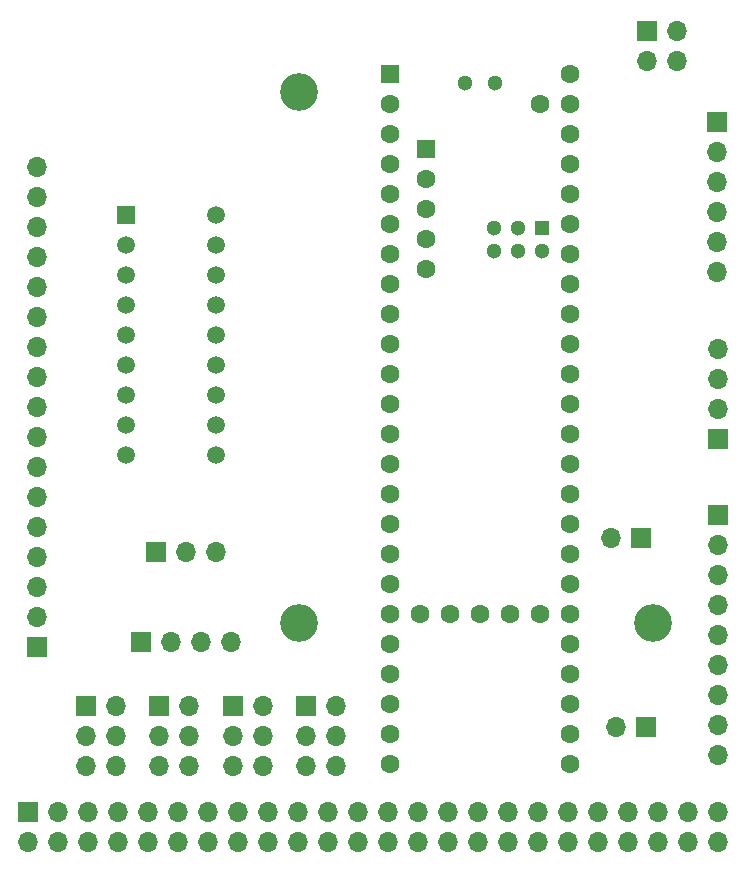
<source format=gbr>
%TF.GenerationSoftware,KiCad,Pcbnew,8.0.3*%
%TF.CreationDate,2025-02-12T02:25:28-08:00*%
%TF.ProjectId,MLU_Breakout,4d4c555f-4272-4656-916b-6f75742e6b69,rev?*%
%TF.SameCoordinates,Original*%
%TF.FileFunction,Soldermask,Bot*%
%TF.FilePolarity,Negative*%
%FSLAX46Y46*%
G04 Gerber Fmt 4.6, Leading zero omitted, Abs format (unit mm)*
G04 Created by KiCad (PCBNEW 8.0.3) date 2025-02-12 02:25:28*
%MOMM*%
%LPD*%
G01*
G04 APERTURE LIST*
%ADD10O,1.700000X1.700000*%
%ADD11R,1.700000X1.700000*%
%ADD12R,1.498600X1.498600*%
%ADD13C,1.498600*%
%ADD14C,3.200000*%
%ADD15R,1.600000X1.600000*%
%ADD16C,1.600000*%
%ADD17R,1.300000X1.300000*%
%ADD18C,1.300000*%
G04 APERTURE END LIST*
D10*
%TO.C,J10*%
X142200000Y-76400000D03*
X142200000Y-78940000D03*
X142200000Y-81480000D03*
X142200000Y-84020000D03*
X142200000Y-86560000D03*
X142200000Y-89100000D03*
X142200000Y-91640000D03*
X142200000Y-94180000D03*
X142200000Y-96720000D03*
X142200000Y-99260000D03*
X142200000Y-101800000D03*
X142200000Y-104340000D03*
X142200000Y-106880000D03*
X142200000Y-109420000D03*
X142200000Y-111960000D03*
X142200000Y-114500000D03*
D11*
X142200000Y-117040000D03*
%TD*%
%TO.C,J8*%
X193400000Y-107800000D03*
D10*
X190860000Y-107800000D03*
%TD*%
D11*
%TO.C,J6*%
X193825000Y-123800000D03*
D10*
X191285000Y-123800000D03*
%TD*%
D11*
%TO.C,J5*%
X151060000Y-116575000D03*
D10*
X153600000Y-116575000D03*
X156140000Y-116575000D03*
X158680000Y-116575000D03*
%TD*%
D11*
%TO.C,J4*%
X199882000Y-99420000D03*
D10*
X199882000Y-96880000D03*
X199882000Y-94340000D03*
X199882000Y-91800000D03*
%TD*%
D11*
%TO.C,J3*%
X199800000Y-72580000D03*
D10*
X199800000Y-75120000D03*
X199800000Y-77660000D03*
X199800000Y-80200000D03*
X199800000Y-82740000D03*
X199800000Y-85280000D03*
%TD*%
D11*
%TO.C,J2*%
X152275000Y-109000000D03*
D10*
X154815000Y-109000000D03*
X157355000Y-109000000D03*
%TD*%
D11*
%TO.C,J7*%
X193860000Y-64860000D03*
D10*
X196400000Y-64860000D03*
X193860000Y-67400000D03*
X196400000Y-67400000D03*
%TD*%
D11*
%TO.C,J20*%
X165000000Y-122000000D03*
D10*
X167540000Y-122000000D03*
X165000000Y-124540000D03*
X167540000Y-124540000D03*
X165000000Y-127080000D03*
X167540000Y-127080000D03*
%TD*%
D11*
%TO.C,J19*%
X152600000Y-122000000D03*
D10*
X155140000Y-122000000D03*
X152600000Y-124540000D03*
X155140000Y-124540000D03*
X152600000Y-127080000D03*
X155140000Y-127080000D03*
%TD*%
D11*
%TO.C,J18*%
X158800000Y-122000000D03*
D10*
X161340000Y-122000000D03*
X158800000Y-124540000D03*
X161340000Y-124540000D03*
X158800000Y-127080000D03*
X161340000Y-127080000D03*
%TD*%
D11*
%TO.C,J17*%
X146400000Y-122000000D03*
D10*
X148940000Y-122000000D03*
X146400000Y-124540000D03*
X148940000Y-124540000D03*
X146400000Y-127080000D03*
X148940000Y-127080000D03*
%TD*%
%TO.C,J9*%
X199857000Y-126170000D03*
X199857000Y-123630000D03*
X199857000Y-121090000D03*
X199857000Y-118550000D03*
X199857000Y-116010000D03*
X199857000Y-113470000D03*
X199857000Y-110930000D03*
X199857000Y-108390000D03*
D11*
X199857000Y-105850000D03*
%TD*%
D12*
%TO.C,U1*%
X149790000Y-80440000D03*
D13*
X149790000Y-82980000D03*
X149790000Y-85520000D03*
X149790000Y-88060000D03*
X149790000Y-90600000D03*
X149790000Y-93140000D03*
X149790000Y-95680000D03*
X149790000Y-98220000D03*
X149790000Y-100760000D03*
X157410000Y-100760000D03*
X157410000Y-98220000D03*
X157410000Y-95680000D03*
X157410000Y-93140000D03*
X157410000Y-90600000D03*
X157410000Y-88060000D03*
X157410000Y-85520000D03*
X157410000Y-82980000D03*
X157410000Y-80440000D03*
%TD*%
D14*
%TO.C,H3*%
X164400000Y-115000000D03*
%TD*%
D15*
%TO.C,U4*%
X172160000Y-68540800D03*
D16*
X172160000Y-71080800D03*
X172160000Y-73620800D03*
X172160000Y-76160800D03*
X172160000Y-78700800D03*
X172160000Y-81240800D03*
X172160000Y-83780800D03*
X172160000Y-86320800D03*
X172160000Y-88860800D03*
X172160000Y-91400800D03*
X172160000Y-93940800D03*
X172160000Y-96480800D03*
X172160000Y-99020800D03*
X172160000Y-101560800D03*
X172160000Y-104100800D03*
X172160000Y-106640800D03*
X172160000Y-109180800D03*
X172160000Y-111720800D03*
X172160000Y-114260800D03*
X172160000Y-116800800D03*
X172160000Y-119340800D03*
X172160000Y-121880800D03*
X172160000Y-124420800D03*
X172160000Y-126960800D03*
X187400000Y-126960800D03*
X187400000Y-124420800D03*
X187400000Y-121880800D03*
X187400000Y-119340800D03*
X187400000Y-116800800D03*
X187400000Y-114260800D03*
X187400000Y-111720800D03*
X187400000Y-109180800D03*
X187400000Y-106640800D03*
X187400000Y-104100800D03*
X187400000Y-101560800D03*
X187400000Y-99020800D03*
X187400000Y-96480800D03*
X187400000Y-93940800D03*
X187400000Y-91400800D03*
X187400000Y-88860800D03*
X187400000Y-86320800D03*
X187400000Y-83780800D03*
X187400000Y-81240800D03*
X187400000Y-78700800D03*
X187400000Y-76160800D03*
X187400000Y-73620800D03*
X187400000Y-71080800D03*
X187400000Y-68540800D03*
X184860000Y-71080800D03*
X174700000Y-114260800D03*
X177240000Y-114260800D03*
X179780000Y-114260800D03*
X182320000Y-114260800D03*
X184860000Y-114260800D03*
D15*
X175210800Y-74840000D03*
D16*
X175210800Y-77380000D03*
X175210800Y-79920000D03*
X175210800Y-82460000D03*
X175210800Y-85000000D03*
D17*
X184961600Y-81510800D03*
D18*
X182961600Y-81510800D03*
X180961600Y-81510800D03*
X180961600Y-83510800D03*
X182961600Y-83510800D03*
X184961600Y-83510800D03*
X181050000Y-69270800D03*
X178510000Y-69270800D03*
%TD*%
D14*
%TO.C,H1*%
X194400000Y-115000000D03*
%TD*%
%TO.C,H4*%
X164400000Y-70000000D03*
%TD*%
D11*
%TO.C,J1*%
X141460000Y-131000000D03*
D10*
X141460000Y-133540000D03*
X144000000Y-131000000D03*
X144000000Y-133540000D03*
X146540000Y-131000000D03*
X146540000Y-133540000D03*
X149080000Y-131000000D03*
X149080000Y-133540000D03*
X151620000Y-131000000D03*
X151620000Y-133540000D03*
X154160000Y-131000000D03*
X154160000Y-133540000D03*
X156700000Y-131000000D03*
X156700000Y-133540000D03*
X159240000Y-131000000D03*
X159240000Y-133540000D03*
X161780000Y-131000000D03*
X161780000Y-133540000D03*
X164320000Y-131000000D03*
X164320000Y-133540000D03*
X166860000Y-131000000D03*
X166860000Y-133540000D03*
X169400000Y-131000000D03*
X169400000Y-133540000D03*
X171940000Y-131000000D03*
X171940000Y-133540000D03*
X174480000Y-131000000D03*
X174480000Y-133540000D03*
X177020000Y-131000000D03*
X177020000Y-133540000D03*
X179560000Y-131000000D03*
X179560000Y-133540000D03*
X182100000Y-131000000D03*
X182100000Y-133540000D03*
X184640000Y-131000000D03*
X184640000Y-133540000D03*
X187180000Y-131000000D03*
X187180000Y-133540000D03*
X189720000Y-131000000D03*
X189720000Y-133540000D03*
X192260000Y-131000000D03*
X192260000Y-133540000D03*
X194800000Y-131000000D03*
X194800000Y-133540000D03*
X197340000Y-131000000D03*
X197340000Y-133540000D03*
X199880000Y-131000000D03*
X199880000Y-133540000D03*
%TD*%
M02*

</source>
